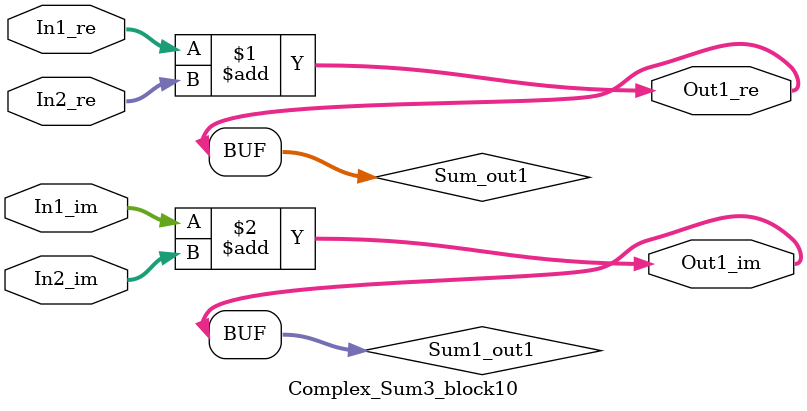
<source format=v>



`timescale 1 ns / 1 ns

module Complex_Sum3_block10
          (In1_re,
           In1_im,
           In2_re,
           In2_im,
           Out1_re,
           Out1_im);


  input   signed [36:0] In1_re;  // sfix37_En22
  input   signed [36:0] In1_im;  // sfix37_En22
  input   signed [36:0] In2_re;  // sfix37_En22
  input   signed [36:0] In2_im;  // sfix37_En22
  output  signed [36:0] Out1_re;  // sfix37_En22
  output  signed [36:0] Out1_im;  // sfix37_En22


  wire signed [36:0] Sum_out1;  // sfix37_En22
  wire signed [36:0] Sum1_out1;  // sfix37_En22


  assign Sum_out1 = In1_re + In2_re;



  assign Out1_re = Sum_out1;

  assign Sum1_out1 = In1_im + In2_im;



  assign Out1_im = Sum1_out1;

endmodule  // Complex_Sum3_block10


</source>
